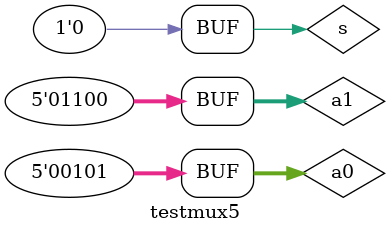
<source format=v>
`timescale 1ns / 1ps


module testmux5;

	// Inputs
	reg [4:0] a0;
	reg [4:0] a1;
	reg s;

	// Outputs
	wire [4:0] y;

	// Instantiate the Unit Under Test (UUT)
	mux2x5 uut (
		.a0(a0), 
		.a1(a1), 
		.s(s), 
		.y(y)
	);

	initial begin
		// Initialize Inputs
		a0 = 5;
		a1 = 12;
		s = 0;

		// Wait 100 ns for global reset to finish
		#100;
        
		// Add stimulus here
		s = 1;
		#100;
		s = 0;
	end
      
endmodule


</source>
